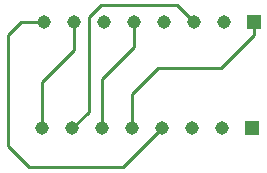
<source format=gbr>
%TF.GenerationSoftware,KiCad,Pcbnew,(6.0.2)*%
%TF.CreationDate,2022-11-04T12:10:21-04:00*%
%TF.ProjectId,EthernetBoard,45746865-726e-4657-9442-6f6172642e6b,rev?*%
%TF.SameCoordinates,Original*%
%TF.FileFunction,Copper,L1,Top*%
%TF.FilePolarity,Positive*%
%FSLAX46Y46*%
G04 Gerber Fmt 4.6, Leading zero omitted, Abs format (unit mm)*
G04 Created by KiCad (PCBNEW (6.0.2)) date 2022-11-04 12:10:21*
%MOMM*%
%LPD*%
G01*
G04 APERTURE LIST*
%TA.AperFunction,ComponentPad*%
%ADD10R,1.143000X1.143000*%
%TD*%
%TA.AperFunction,ComponentPad*%
%ADD11C,1.143000*%
%TD*%
%TA.AperFunction,Conductor*%
%ADD12C,0.250000*%
%TD*%
G04 APERTURE END LIST*
D10*
%TO.P,Ayo1,1,1*%
%TO.N,Net-(Ayo1-Pad1)*%
X131330000Y-141882000D03*
D11*
%TO.P,Ayo1,2,2*%
%TO.N,unconnected-(Ayo1-Pad2)*%
X128790000Y-141882000D03*
%TO.P,Ayo1,3,3*%
%TO.N,Net-(Ayo1-Pad3)*%
X126250000Y-141882000D03*
%TO.P,Ayo1,4,4*%
%TO.N,unconnected-(Ayo1-Pad4)*%
X123710000Y-141882000D03*
%TO.P,Ayo1,5,5*%
%TO.N,Net-(Ayo1-Pad5)*%
X121170000Y-141882000D03*
%TO.P,Ayo1,6,6*%
%TO.N,unconnected-(Ayo1-Pad6)*%
X118630000Y-141882000D03*
%TO.P,Ayo1,7,7*%
%TO.N,Net-(Ayo1-Pad7)*%
X116090000Y-141882000D03*
%TO.P,Ayo1,8,8*%
%TO.N,Net-(Ayo1-Pad8)*%
X113550000Y-141882000D03*
%TD*%
D10*
%TO.P,Ayo2,1,1*%
%TO.N,unconnected-(Ayo2-Pad1)*%
X131203000Y-150876000D03*
D11*
%TO.P,Ayo2,2,2*%
%TO.N,unconnected-(Ayo2-Pad2)*%
X128663000Y-150876000D03*
%TO.P,Ayo2,3,3*%
%TO.N,unconnected-(Ayo2-Pad3)*%
X126123000Y-150876000D03*
%TO.P,Ayo2,4,4*%
%TO.N,Net-(Ayo1-Pad8)*%
X123583000Y-150876000D03*
%TO.P,Ayo2,5,5*%
%TO.N,Net-(Ayo1-Pad1)*%
X121043000Y-150876000D03*
%TO.P,Ayo2,6,6*%
%TO.N,Net-(Ayo1-Pad5)*%
X118503000Y-150876000D03*
%TO.P,Ayo2,7,7*%
%TO.N,Net-(Ayo1-Pad3)*%
X115963000Y-150876000D03*
%TO.P,Ayo2,8,8*%
%TO.N,Net-(Ayo1-Pad7)*%
X113423000Y-150876000D03*
%TD*%
D12*
%TO.N,Net-(Ayo1-Pad1)*%
X121043000Y-147943000D02*
X123190000Y-145796000D01*
X121043000Y-150876000D02*
X121043000Y-147943000D01*
X131330000Y-142990000D02*
X131330000Y-141882000D01*
X128524000Y-145796000D02*
X131330000Y-142990000D01*
X123190000Y-145796000D02*
X128524000Y-145796000D01*
%TO.N,Net-(Ayo1-Pad3)*%
X117348000Y-141478000D02*
X118364000Y-140462000D01*
X117348000Y-149491000D02*
X117348000Y-141478000D01*
X124830000Y-140462000D02*
X126250000Y-141882000D01*
X115963000Y-150876000D02*
X117348000Y-149491000D01*
X118364000Y-140462000D02*
X124830000Y-140462000D01*
%TO.N,Net-(Ayo1-Pad5)*%
X118503000Y-146673000D02*
X121170000Y-144006000D01*
X121170000Y-144006000D02*
X121170000Y-141882000D01*
X118503000Y-150876000D02*
X118503000Y-146673000D01*
%TO.N,Net-(Ayo1-Pad7)*%
X113423000Y-146927000D02*
X116090000Y-144260000D01*
X113423000Y-150876000D02*
X113423000Y-146927000D01*
X116090000Y-144260000D02*
X116090000Y-141882000D01*
%TO.N,Net-(Ayo1-Pad8)*%
X112268000Y-154178000D02*
X110490000Y-152400000D01*
X111610000Y-141882000D02*
X113550000Y-141882000D01*
X120281000Y-154178000D02*
X112268000Y-154178000D01*
X110490000Y-143002000D02*
X111610000Y-141882000D01*
X110490000Y-152400000D02*
X110490000Y-143002000D01*
X123583000Y-150876000D02*
X120281000Y-154178000D01*
%TD*%
M02*

</source>
